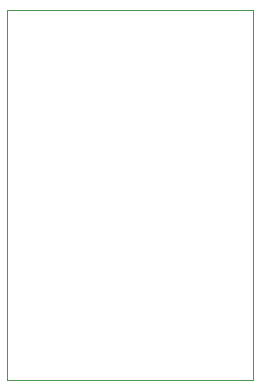
<source format=gbr>
%TF.GenerationSoftware,KiCad,Pcbnew,(6.0.5)*%
%TF.CreationDate,2022-05-19T09:16:10-04:00*%
%TF.ProjectId,OneMoreThermistor,4f6e654d-6f72-4655-9468-65726d697374,rev?*%
%TF.SameCoordinates,Original*%
%TF.FileFunction,Profile,NP*%
%FSLAX46Y46*%
G04 Gerber Fmt 4.6, Leading zero omitted, Abs format (unit mm)*
G04 Created by KiCad (PCBNEW (6.0.5)) date 2022-05-19 09:16:10*
%MOMM*%
%LPD*%
G01*
G04 APERTURE LIST*
%TA.AperFunction,Profile*%
%ADD10C,0.100000*%
%TD*%
G04 APERTURE END LIST*
D10*
X86106000Y-56261000D02*
X106934000Y-56261000D01*
X106934000Y-56261000D02*
X106934000Y-87630000D01*
X106934000Y-87630000D02*
X86106000Y-87630000D01*
X86106000Y-87630000D02*
X86106000Y-56261000D01*
M02*

</source>
